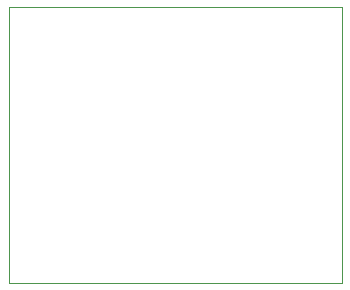
<source format=gbr>
G04 #@! TF.GenerationSoftware,KiCad,Pcbnew,(5.1.2)-2*
G04 #@! TF.CreationDate,2019-10-26T09:12:10-10:00*
G04 #@! TF.ProjectId,74HC595N_smd,37344843-3539-4354-9e5f-736d642e6b69,rev?*
G04 #@! TF.SameCoordinates,Original*
G04 #@! TF.FileFunction,Profile,NP*
%FSLAX46Y46*%
G04 Gerber Fmt 4.6, Leading zero omitted, Abs format (unit mm)*
G04 Created by KiCad (PCBNEW (5.1.2)-2) date 2019-10-26 09:12:10*
%MOMM*%
%LPD*%
G04 APERTURE LIST*
%ADD10C,0.050000*%
G04 APERTURE END LIST*
D10*
X109220000Y-25400000D02*
X81026000Y-25400000D01*
X109220000Y-48768000D02*
X109220000Y-25400000D01*
X81026000Y-48768000D02*
X109220000Y-48768000D01*
X81026000Y-25400000D02*
X81026000Y-48768000D01*
M02*

</source>
